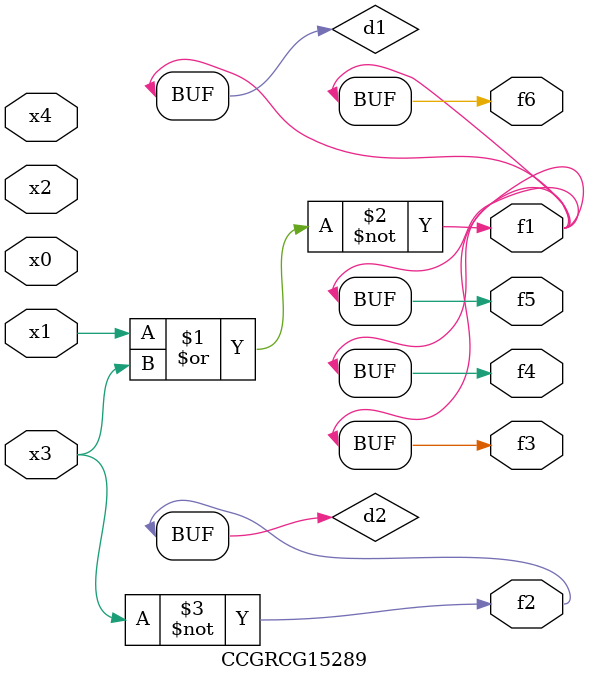
<source format=v>
module CCGRCG15289(
	input x0, x1, x2, x3, x4,
	output f1, f2, f3, f4, f5, f6
);

	wire d1, d2;

	nor (d1, x1, x3);
	not (d2, x3);
	assign f1 = d1;
	assign f2 = d2;
	assign f3 = d1;
	assign f4 = d1;
	assign f5 = d1;
	assign f6 = d1;
endmodule

</source>
